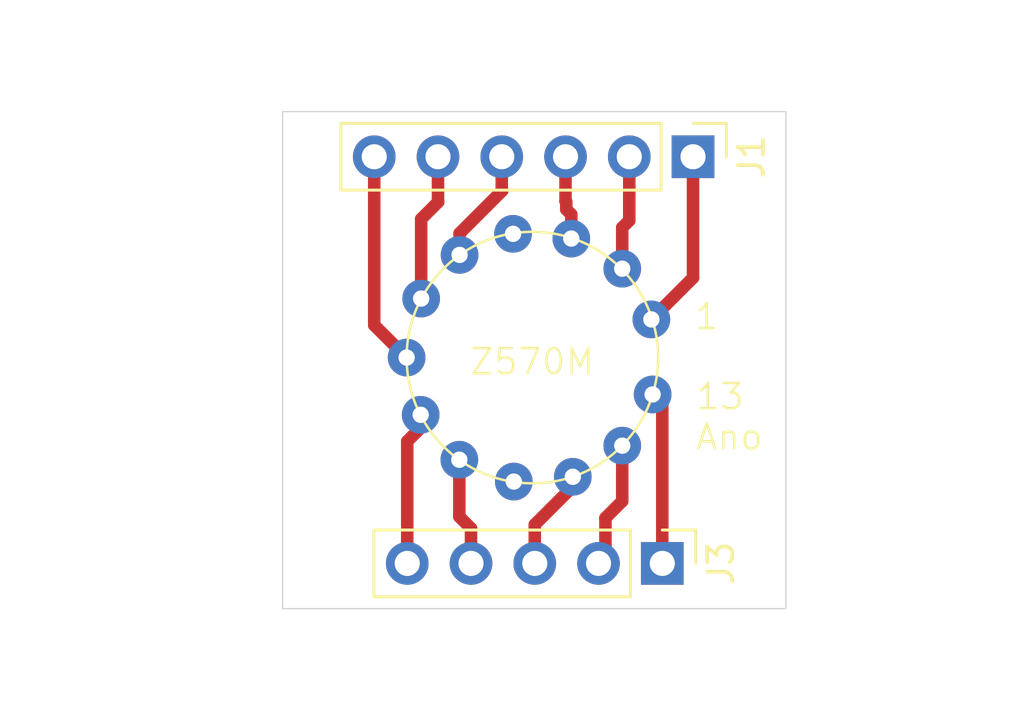
<source format=kicad_pcb>
(kicad_pcb (version 20240108) (generator "pcbnew") (generator_version "8.0")
  (layers (0 "F.Cu" signal) (31 "B.Cu" signal) (34 "B.Paste" user) (35 "F.Paste" user) (36 "B.SilkS" user "B.Silkscreen") (37 "F.SilkS" user "F.Silkscreen") (38 "B.Mask" user) (39 "F.Mask" user) (44 "Edge.Cuts" user))
  (net 0 "")
  (net 1 "Net-(J3-Pin_5)")
  (net 2 "Net-(J1-Pin_3)")
  (net 3 "Net-(J3-Pin_1)")
  (net 4 "Net-(J1-Pin_2)")
  (net 6 "Net-(J1-Pin_4)")
  (net 8 "Net-(J1-Pin_1)")
  (net 9 "Net-(J3-Pin_3)")
  (net 10 "Net-(J1-Pin_5)")
  (net 11 "Net-(J3-Pin_2)")
  (net 12 "Net-(J3-Pin_4)")
  (net 13 "Net-(J1-Pin_6)")
  (footprint "Connector_PinHeader_2.54mm:PinHeader_1x05_P2.54mm_Vertical" (layer "F.Cu") (at 160.125 108.15 -90)
    (property "Reference" "J3" (at 0 -2.33 90) (layer "F.SilkS"))
    (property "Value" "Conn_01x05_Pin")
    (fp_line (start -1.33 11.49) (end 1.33 11.49) (stroke (width 0.12)) (layer "F.SilkS"))
    (fp_line (start -1.33 1.27) (end -1.33 11.49) (stroke (width 0.12)) (layer "F.SilkS"))
    (fp_line (start -1.33 1.27) (end 1.33 1.27) (stroke (width 0.12)) (layer "F.SilkS"))
    (fp_line (start 1.33 1.27) (end 1.33 11.49) (stroke (width 0.12)) (layer "F.SilkS"))
    (fp_line (start -1.33 0) (end -1.33 -1.33) (stroke (width 0.12)) (layer "F.SilkS"))
    (fp_line (start -1.33 -1.33) (end 0 -1.33) (stroke (width 0.12)) (layer "F.SilkS"))
    (pad "1" thru_hole rect (at 0 0 270) (size 1.7 1.7) (drill 1) (layers "*.Cu" "*.Mask") (net 3 "Net-(J3-Pin_1)"))
    (pad "2" thru_hole oval (at 0 2.54 270) (size 1.7 1.7) (drill 1) (layers "*.Cu" "*.Mask") (net 11 "Net-(J3-Pin_2)"))
    (pad "3" thru_hole oval (at 0 5.08 270) (size 1.7 1.7) (drill 1) (layers "*.Cu" "*.Mask") (net 9 "Net-(J3-Pin_3)"))
    (pad "4" thru_hole oval (at 0 7.62 270) (size 1.7 1.7) (drill 1) (layers "*.Cu" "*.Mask") (net 12 "Net-(J3-Pin_4)"))
    (pad "5" thru_hole oval (at 0 10.16 270) (size 1.7 1.7) (drill 1) (layers "*.Cu" "*.Mask") (net 1 "Net-(J3-Pin_5)"))
  )
  (footprint "tomas_lib:Z570M" (layer "F.Cu") (at 154.95 99.95)
    (property "Reference" "U1" (hide yes))
    (property "Value" "~")
    (fp_circle (center 0 0) (end 4.61 -1.96) (stroke (width 0.1)) (fill none) (layer "F.SilkS"))
    (pad "1" thru_hole circle (at 4.74 -1.52) (size 1.5 1.5) (drill 0.65) (layers "*.Cu" "*.Mask") (net 8 "Net-(J1-Pin_1)"))
    (pad "2" thru_hole circle (at 3.58 -3.54) (size 1.5 1.5) (drill 0.65) (layers "*.Cu" "*.Mask") (net 4 "Net-(J1-Pin_2)"))
    (pad "3" thru_hole circle (at 1.55 -4.74) (size 1.5 1.5) (drill 0.65) (layers "*.Cu" "*.Mask") (net 2 "Net-(J1-Pin_3)"))
    (pad "4" thru_hole circle (at -0.77 -4.93) (size 1.5 1.5) (drill 0.65) (layers "*.Cu" "*.Mask"))
    (pad "5" thru_hole circle (at -2.9 -4.09) (size 1.5 1.5) (drill 0.65) (layers "*.Cu" "*.Mask") (net 6 "Net-(J1-Pin_4)"))
    (pad "6" thru_hole circle (at -4.43 -2.35) (size 1.5 1.5) (drill 0.65) (layers "*.Cu" "*.Mask") (net 10 "Net-(J1-Pin_5)"))
    (pad "7" thru_hole circle (at -5.009361 0) (size 1.5 1.5) (drill 0.65) (layers "*.Cu" "*.Mask") (net 13 "Net-(J1-Pin_6)"))
    (pad "8" thru_hole circle (at -4.45 2.28) (size 1.5 1.5) (drill 0.65) (layers "*.Cu" "*.Mask") (net 1 "Net-(J3-Pin_5)"))
    (pad "9" thru_hole circle (at -2.91 4.07) (size 1.5 1.5) (drill 0.65) (layers "*.Cu" "*.Mask") (net 12 "Net-(J3-Pin_4)"))
    (pad "10" thru_hole circle (at -0.74 4.94) (size 1.5 1.5) (drill 0.65) (layers "*.Cu" "*.Mask"))
    (pad "11" thru_hole circle (at 1.61 4.75) (size 1.5 1.5) (drill 0.65) (layers "*.Cu" "*.Mask") (net 9 "Net-(J3-Pin_3)"))
    (pad "12" thru_hole circle (at 3.58 3.51) (size 1.5 1.5) (drill 0.65) (layers "*.Cu" "*.Mask") (net 11 "Net-(J3-Pin_2)"))
    (pad "13" thru_hole circle (at 4.79 1.47) (size 1.5 1.5) (drill 0.65) (layers "*.Cu" "*.Mask") (net 3 "Net-(J3-Pin_1)"))
  )
  (footprint "Connector_PinHeader_2.54mm:PinHeader_1x06_P2.54mm_Vertical" (layer "F.Cu") (at 161.35 91.95 -90)
    (property "Reference" "J1" (at 0 -2.33 90) (layer "F.SilkS"))
    (property "Value" "Conn_01x06_Pin")
    (fp_line (start -1.33 14.03) (end 1.33 14.03) (stroke (width 0.12)) (layer "F.SilkS"))
    (fp_line (start -1.33 1.27) (end -1.33 14.03) (stroke (width 0.12)) (layer "F.SilkS"))
    (fp_line (start -1.33 1.27) (end 1.33 1.27) (stroke (width 0.12)) (layer "F.SilkS"))
    (fp_line (start 1.33 1.27) (end 1.33 14.03) (stroke (width 0.12)) (layer "F.SilkS"))
    (fp_line (start -1.33 0) (end -1.33 -1.33) (stroke (width 0.12)) (layer "F.SilkS"))
    (fp_line (start -1.33 -1.33) (end 0 -1.33) (stroke (width 0.12)) (layer "F.SilkS"))
    (pad "1" thru_hole rect (at 0 0 270) (size 1.7 1.7) (drill 1) (layers "*.Cu" "*.Mask") (net 8 "Net-(J1-Pin_1)"))
    (pad "2" thru_hole oval (at 0 2.54 270) (size 1.7 1.7) (drill 1) (layers "*.Cu" "*.Mask") (net 4 "Net-(J1-Pin_2)"))
    (pad "3" thru_hole oval (at 0 5.08 270) (size 1.7 1.7) (drill 1) (layers "*.Cu" "*.Mask") (net 2 "Net-(J1-Pin_3)"))
    (pad "4" thru_hole oval (at 0 7.62 270) (size 1.7 1.7) (drill 1) (layers "*.Cu" "*.Mask") (net 6 "Net-(J1-Pin_4)"))
    (pad "5" thru_hole oval (at 0 10.16 270) (size 1.7 1.7) (drill 1) (layers "*.Cu" "*.Mask") (net 10 "Net-(J1-Pin_5)"))
    (pad "6" thru_hole oval (at 0 12.7 270) (size 1.7 1.7) (drill 1) (layers "*.Cu" "*.Mask") (net 13 "Net-(J1-Pin_6)"))
  )
  (gr_rect (start 145 90.15) (end 165.05 109.95) (stroke (width 0.05)) (fill none) (layer "Edge.Cuts"))
  (gr_text "Z570M" (at 152.4 100.7 0) (layer "F.SilkS") (effects (font (size 1 1) (thickness 0.1)) (justify left bottom)))
  (gr_text "13\nAno" (at 161.4 103.7 0) (layer "F.SilkS") (effects (font (size 1 1) (thickness 0.1)) (justify left bottom)))
  (gr_text "1" (at 161.35 98.9 0) (layer "F.SilkS") (effects (font (size 1 1) (thickness 0.1)) (justify left bottom)))
  (segment (start 149.965 103.285) (end 149.965 108.15) (width 0.5) (layer "F.Cu") (net 1))
  (segment (start 150.5 102.75) (end 149.965 103.285) (width 0.5) (layer "F.Cu") (net 1))
  (segment (start 150.5 102.23) (end 150.5 102.75) (width 0.5) (layer "F.Cu") (net 1))
  (segment (start 156.5 94.25) (end 156.3 94.05) (width 0.5) (layer "F.Cu") (net 2))
  (segment (start 156.3 93.75) (end 156.27 93.72) (width 0.5) (layer "F.Cu") (net 2))
  (segment (start 156.3 94.05) (end 156.3 93.75) (width 0.5) (layer "F.Cu") (net 2))
  (segment (start 156.27 93.72) (end 156.27 91.95) (width 0.5) (layer "F.Cu") (net 2))
  (segment (start 156.5 95.21) (end 156.5 94.25) (width 0.5) (layer "F.Cu") (net 2))
  (segment (start 160.125 108.15) (end 160.125 101.805) (width 0.5) (layer "F.Cu") (net 3))
  (segment (start 160.125 101.805) (end 159.74 101.42) (width 0.5) (layer "F.Cu") (net 3))
  (segment (start 158.81 94.49) (end 158.81 91.95) (width 0.5) (layer "F.Cu") (net 4))
  (segment (start 158.53 96.41) (end 158.53 94.77) (width 0.5) (layer "F.Cu") (net 4))
  (segment (start 158.53 94.77) (end 158.81 94.49) (width 0.5) (layer "F.Cu") (net 4))
  (segment (start 153.75 93.3) (end 153.73 93.28) (width 0.5) (layer "F.Cu") (net 6))
  (segment (start 153.73 93.28) (end 153.73 91.95) (width 0.5) (layer "F.Cu") (net 6))
  (segment (start 152.05 95.86) (end 152.05 95) (width 0.5) (layer "F.Cu") (net 6))
  (segment (start 152.05 95) (end 153.75 93.3) (width 0.5) (layer "F.Cu") (net 6))
  (segment (start 161.35 96.77) (end 161.35 91.95) (width 0.5) (layer "F.Cu") (net 8))
  (segment (start 159.69 98.43) (end 161.35 96.77) (width 0.5) (layer "F.Cu") (net 8))
  (segment (start 155.045 108.15) (end 155.045 106.605) (width 0.5) (layer "F.Cu") (net 9))
  (segment (start 155.045 106.605) (end 156.56 105.09) (width 0.5) (layer "F.Cu") (net 9))
  (segment (start 156.56 105.09) (end 156.56 104.7) (width 0.5) (layer "F.Cu") (net 9))
  (segment (start 150.52 94.43) (end 151.2 93.75) (width 0.5) (layer "F.Cu") (net 10))
  (segment (start 151.2 93.75) (end 151.19 93.74) (width 0.5) (layer "F.Cu") (net 10))
  (segment (start 151.19 93.74) (end 151.19 91.95) (width 0.5) (layer "F.Cu") (net 10))
  (segment (start 150.52 97.6) (end 150.52 94.43) (width 0.5) (layer "F.Cu") (net 10))
  (segment (start 157.86 107.875) (end 157.86 106.34) (width 0.5) (layer "F.Cu") (net 11))
  (segment (start 158.53 105.67) (end 158.53 103.46) (width 0.5) (layer "F.Cu") (net 11))
  (segment (start 157.585 108.15) (end 157.86 107.875) (width 0.5) (layer "F.Cu") (net 11))
  (segment (start 157.86 106.34) (end 158.53 105.67) (width 0.5) (layer "F.Cu") (net 11))
  (segment (start 152.505 106.755) (end 152.04 106.29) (width 0.5) (layer "F.Cu") (net 12))
  (segment (start 152.505 108.15) (end 152.505 106.755) (width 0.5) (layer "F.Cu") (net 12))
  (segment (start 152.04 106.29) (end 152.04 104.02) (width 0.5) (layer "F.Cu") (net 12))
  (segment (start 149.940639 99.95) (end 148.65 98.659361) (width 0.5) (layer "F.Cu") (net 13))
  (segment (start 148.65 98.659361) (end 148.65 91.95) (width 0.5) (layer "F.Cu") (net 13))
)
</source>
